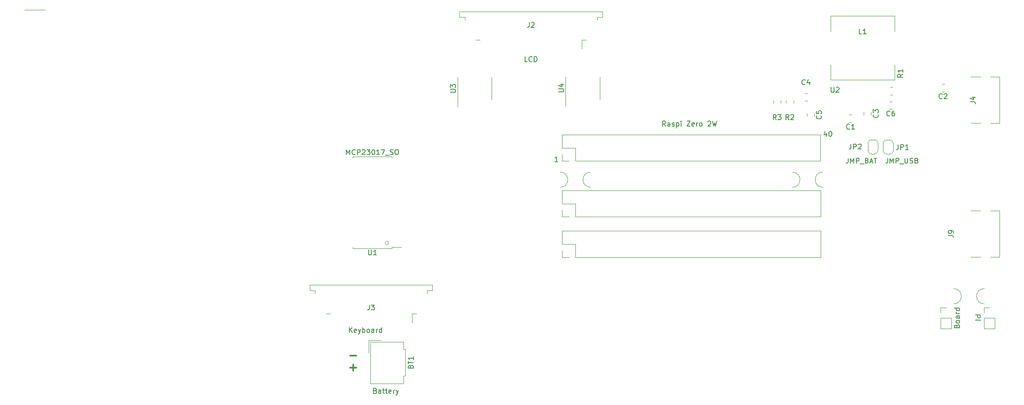
<source format=gbr>
G04 #@! TF.GenerationSoftware,KiCad,Pcbnew,6.0.4-6f826c9f35~116~ubuntu20.04.1*
G04 #@! TF.CreationDate,2022-04-30T09:34:44+02:00*
G04 #@! TF.ProjectId,mainboard,6d61696e-626f-4617-9264-2e6b69636164,rev?*
G04 #@! TF.SameCoordinates,Original*
G04 #@! TF.FileFunction,Legend,Top*
G04 #@! TF.FilePolarity,Positive*
%FSLAX46Y46*%
G04 Gerber Fmt 4.6, Leading zero omitted, Abs format (unit mm)*
G04 Created by KiCad (PCBNEW 6.0.4-6f826c9f35~116~ubuntu20.04.1) date 2022-04-30 09:34:44*
%MOMM*%
%LPD*%
G01*
G04 APERTURE LIST*
%ADD10C,0.300000*%
%ADD11C,0.150000*%
%ADD12C,0.120000*%
%ADD13C,0.100000*%
G04 APERTURE END LIST*
D10*
X91788571Y-125599642D02*
X92931428Y-125599642D01*
X91788571Y-128014642D02*
X92931428Y-128014642D01*
X92360000Y-128586071D02*
X92360000Y-127443214D01*
D11*
X214907619Y-117600000D02*
X215907619Y-117600000D01*
X215907619Y-117980952D01*
X215860000Y-118076190D01*
X215812380Y-118123809D01*
X215717142Y-118171428D01*
X215574285Y-118171428D01*
X215479047Y-118123809D01*
X215431428Y-118076190D01*
X215383809Y-117980952D01*
X215383809Y-117600000D01*
X214907619Y-118600000D02*
X215574285Y-118600000D01*
X215907619Y-118600000D02*
X215860000Y-118552380D01*
X215812380Y-118600000D01*
X215860000Y-118647619D01*
X215907619Y-118600000D01*
X215812380Y-118600000D01*
X211288571Y-119795238D02*
X211336190Y-119652380D01*
X211383809Y-119604761D01*
X211479047Y-119557142D01*
X211621904Y-119557142D01*
X211717142Y-119604761D01*
X211764761Y-119652380D01*
X211812380Y-119747619D01*
X211812380Y-120128571D01*
X210812380Y-120128571D01*
X210812380Y-119795238D01*
X210860000Y-119700000D01*
X210907619Y-119652380D01*
X211002857Y-119604761D01*
X211098095Y-119604761D01*
X211193333Y-119652380D01*
X211240952Y-119700000D01*
X211288571Y-119795238D01*
X211288571Y-120128571D01*
X211812380Y-118985714D02*
X211764761Y-119080952D01*
X211717142Y-119128571D01*
X211621904Y-119176190D01*
X211336190Y-119176190D01*
X211240952Y-119128571D01*
X211193333Y-119080952D01*
X211145714Y-118985714D01*
X211145714Y-118842857D01*
X211193333Y-118747619D01*
X211240952Y-118700000D01*
X211336190Y-118652380D01*
X211621904Y-118652380D01*
X211717142Y-118700000D01*
X211764761Y-118747619D01*
X211812380Y-118842857D01*
X211812380Y-118985714D01*
X211812380Y-117795238D02*
X211288571Y-117795238D01*
X211193333Y-117842857D01*
X211145714Y-117938095D01*
X211145714Y-118128571D01*
X211193333Y-118223809D01*
X211764761Y-117795238D02*
X211812380Y-117890476D01*
X211812380Y-118128571D01*
X211764761Y-118223809D01*
X211669523Y-118271428D01*
X211574285Y-118271428D01*
X211479047Y-118223809D01*
X211431428Y-118128571D01*
X211431428Y-117890476D01*
X211383809Y-117795238D01*
X211812380Y-117319047D02*
X211145714Y-117319047D01*
X211336190Y-117319047D02*
X211240952Y-117271428D01*
X211193333Y-117223809D01*
X211145714Y-117128571D01*
X211145714Y-117033333D01*
X211812380Y-116271428D02*
X210812380Y-116271428D01*
X211764761Y-116271428D02*
X211812380Y-116366666D01*
X211812380Y-116557142D01*
X211764761Y-116652380D01*
X211717142Y-116700000D01*
X211621904Y-116747619D01*
X211336190Y-116747619D01*
X211240952Y-116700000D01*
X211193333Y-116652380D01*
X211145714Y-116557142D01*
X211145714Y-116366666D01*
X211193333Y-116271428D01*
D12*
X99313553Y-103400000D02*
G75*
G03*
X99313553Y-103400000I-353553J0D01*
G01*
X31610000Y-57400000D02*
X27610000Y-57400000D01*
D11*
X132645714Y-87352380D02*
X132074285Y-87352380D01*
X132360000Y-87352380D02*
X132360000Y-86352380D01*
X132264761Y-86495238D01*
X132169523Y-86590476D01*
X132074285Y-86638095D01*
X153895714Y-80352380D02*
X153562380Y-79876190D01*
X153324285Y-80352380D02*
X153324285Y-79352380D01*
X153705238Y-79352380D01*
X153800476Y-79400000D01*
X153848095Y-79447619D01*
X153895714Y-79542857D01*
X153895714Y-79685714D01*
X153848095Y-79780952D01*
X153800476Y-79828571D01*
X153705238Y-79876190D01*
X153324285Y-79876190D01*
X154752857Y-80352380D02*
X154752857Y-79828571D01*
X154705238Y-79733333D01*
X154610000Y-79685714D01*
X154419523Y-79685714D01*
X154324285Y-79733333D01*
X154752857Y-80304761D02*
X154657619Y-80352380D01*
X154419523Y-80352380D01*
X154324285Y-80304761D01*
X154276666Y-80209523D01*
X154276666Y-80114285D01*
X154324285Y-80019047D01*
X154419523Y-79971428D01*
X154657619Y-79971428D01*
X154752857Y-79923809D01*
X155181428Y-80304761D02*
X155276666Y-80352380D01*
X155467142Y-80352380D01*
X155562380Y-80304761D01*
X155610000Y-80209523D01*
X155610000Y-80161904D01*
X155562380Y-80066666D01*
X155467142Y-80019047D01*
X155324285Y-80019047D01*
X155229047Y-79971428D01*
X155181428Y-79876190D01*
X155181428Y-79828571D01*
X155229047Y-79733333D01*
X155324285Y-79685714D01*
X155467142Y-79685714D01*
X155562380Y-79733333D01*
X156038571Y-79685714D02*
X156038571Y-80685714D01*
X156038571Y-79733333D02*
X156133809Y-79685714D01*
X156324285Y-79685714D01*
X156419523Y-79733333D01*
X156467142Y-79780952D01*
X156514761Y-79876190D01*
X156514761Y-80161904D01*
X156467142Y-80257142D01*
X156419523Y-80304761D01*
X156324285Y-80352380D01*
X156133809Y-80352380D01*
X156038571Y-80304761D01*
X156943333Y-80352380D02*
X156943333Y-79685714D01*
X156943333Y-79352380D02*
X156895714Y-79400000D01*
X156943333Y-79447619D01*
X156990952Y-79400000D01*
X156943333Y-79352380D01*
X156943333Y-79447619D01*
X158086190Y-79352380D02*
X158752857Y-79352380D01*
X158086190Y-80352380D01*
X158752857Y-80352380D01*
X159514761Y-80304761D02*
X159419523Y-80352380D01*
X159229047Y-80352380D01*
X159133809Y-80304761D01*
X159086190Y-80209523D01*
X159086190Y-79828571D01*
X159133809Y-79733333D01*
X159229047Y-79685714D01*
X159419523Y-79685714D01*
X159514761Y-79733333D01*
X159562380Y-79828571D01*
X159562380Y-79923809D01*
X159086190Y-80019047D01*
X159990952Y-80352380D02*
X159990952Y-79685714D01*
X159990952Y-79876190D02*
X160038571Y-79780952D01*
X160086190Y-79733333D01*
X160181428Y-79685714D01*
X160276666Y-79685714D01*
X160752857Y-80352380D02*
X160657619Y-80304761D01*
X160610000Y-80257142D01*
X160562380Y-80161904D01*
X160562380Y-79876190D01*
X160610000Y-79780952D01*
X160657619Y-79733333D01*
X160752857Y-79685714D01*
X160895714Y-79685714D01*
X160990952Y-79733333D01*
X161038571Y-79780952D01*
X161086190Y-79876190D01*
X161086190Y-80161904D01*
X161038571Y-80257142D01*
X160990952Y-80304761D01*
X160895714Y-80352380D01*
X160752857Y-80352380D01*
X162229047Y-79447619D02*
X162276666Y-79400000D01*
X162371904Y-79352380D01*
X162610000Y-79352380D01*
X162705238Y-79400000D01*
X162752857Y-79447619D01*
X162800476Y-79542857D01*
X162800476Y-79638095D01*
X162752857Y-79780952D01*
X162181428Y-80352380D01*
X162800476Y-80352380D01*
X163133809Y-79352380D02*
X163371904Y-80352380D01*
X163562380Y-79638095D01*
X163752857Y-80352380D01*
X163990952Y-79352380D01*
X185574285Y-81685714D02*
X185574285Y-82352380D01*
X185336190Y-81304761D02*
X185098095Y-82019047D01*
X185717142Y-82019047D01*
X186288571Y-81352380D02*
X186383809Y-81352380D01*
X186479047Y-81400000D01*
X186526666Y-81447619D01*
X186574285Y-81542857D01*
X186621904Y-81733333D01*
X186621904Y-81971428D01*
X186574285Y-82161904D01*
X186526666Y-82257142D01*
X186479047Y-82304761D01*
X186383809Y-82352380D01*
X186288571Y-82352380D01*
X186193333Y-82304761D01*
X186145714Y-82257142D01*
X186098095Y-82161904D01*
X186050476Y-81971428D01*
X186050476Y-81733333D01*
X186098095Y-81542857D01*
X186145714Y-81447619D01*
X186193333Y-81400000D01*
X186288571Y-81352380D01*
X132812380Y-73561904D02*
X133621904Y-73561904D01*
X133717142Y-73514285D01*
X133764761Y-73466666D01*
X133812380Y-73371428D01*
X133812380Y-73180952D01*
X133764761Y-73085714D01*
X133717142Y-73038095D01*
X133621904Y-72990476D01*
X132812380Y-72990476D01*
X133145714Y-72085714D02*
X133812380Y-72085714D01*
X132764761Y-72323809D02*
X133479047Y-72561904D01*
X133479047Y-71942857D01*
X111512380Y-73661904D02*
X112321904Y-73661904D01*
X112417142Y-73614285D01*
X112464761Y-73566666D01*
X112512380Y-73471428D01*
X112512380Y-73280952D01*
X112464761Y-73185714D01*
X112417142Y-73138095D01*
X112321904Y-73090476D01*
X111512380Y-73090476D01*
X111512380Y-72709523D02*
X111512380Y-72090476D01*
X111893333Y-72423809D01*
X111893333Y-72280952D01*
X111940952Y-72185714D01*
X111988571Y-72138095D01*
X112083809Y-72090476D01*
X112321904Y-72090476D01*
X112417142Y-72138095D01*
X112464761Y-72185714D01*
X112512380Y-72280952D01*
X112512380Y-72566666D01*
X112464761Y-72661904D01*
X112417142Y-72709523D01*
X190426666Y-83852380D02*
X190426666Y-84566666D01*
X190379047Y-84709523D01*
X190283809Y-84804761D01*
X190140952Y-84852380D01*
X190045714Y-84852380D01*
X190902857Y-84852380D02*
X190902857Y-83852380D01*
X191283809Y-83852380D01*
X191379047Y-83900000D01*
X191426666Y-83947619D01*
X191474285Y-84042857D01*
X191474285Y-84185714D01*
X191426666Y-84280952D01*
X191379047Y-84328571D01*
X191283809Y-84376190D01*
X190902857Y-84376190D01*
X191855238Y-83947619D02*
X191902857Y-83900000D01*
X191998095Y-83852380D01*
X192236190Y-83852380D01*
X192331428Y-83900000D01*
X192379047Y-83947619D01*
X192426666Y-84042857D01*
X192426666Y-84138095D01*
X192379047Y-84280952D01*
X191807619Y-84852380D01*
X192426666Y-84852380D01*
X189840952Y-86652380D02*
X189840952Y-87366666D01*
X189793333Y-87509523D01*
X189698095Y-87604761D01*
X189555238Y-87652380D01*
X189460000Y-87652380D01*
X190317142Y-87652380D02*
X190317142Y-86652380D01*
X190650476Y-87366666D01*
X190983809Y-86652380D01*
X190983809Y-87652380D01*
X191460000Y-87652380D02*
X191460000Y-86652380D01*
X191840952Y-86652380D01*
X191936190Y-86700000D01*
X191983809Y-86747619D01*
X192031428Y-86842857D01*
X192031428Y-86985714D01*
X191983809Y-87080952D01*
X191936190Y-87128571D01*
X191840952Y-87176190D01*
X191460000Y-87176190D01*
X192221904Y-87747619D02*
X192983809Y-87747619D01*
X193555238Y-87128571D02*
X193698095Y-87176190D01*
X193745714Y-87223809D01*
X193793333Y-87319047D01*
X193793333Y-87461904D01*
X193745714Y-87557142D01*
X193698095Y-87604761D01*
X193602857Y-87652380D01*
X193221904Y-87652380D01*
X193221904Y-86652380D01*
X193555238Y-86652380D01*
X193650476Y-86700000D01*
X193698095Y-86747619D01*
X193745714Y-86842857D01*
X193745714Y-86938095D01*
X193698095Y-87033333D01*
X193650476Y-87080952D01*
X193555238Y-87128571D01*
X193221904Y-87128571D01*
X194174285Y-87366666D02*
X194650476Y-87366666D01*
X194079047Y-87652380D02*
X194412380Y-86652380D01*
X194745714Y-87652380D01*
X194936190Y-86652380D02*
X195507619Y-86652380D01*
X195221904Y-87652380D02*
X195221904Y-86652380D01*
X199726666Y-83952380D02*
X199726666Y-84666666D01*
X199679047Y-84809523D01*
X199583809Y-84904761D01*
X199440952Y-84952380D01*
X199345714Y-84952380D01*
X200202857Y-84952380D02*
X200202857Y-83952380D01*
X200583809Y-83952380D01*
X200679047Y-84000000D01*
X200726666Y-84047619D01*
X200774285Y-84142857D01*
X200774285Y-84285714D01*
X200726666Y-84380952D01*
X200679047Y-84428571D01*
X200583809Y-84476190D01*
X200202857Y-84476190D01*
X201726666Y-84952380D02*
X201155238Y-84952380D01*
X201440952Y-84952380D02*
X201440952Y-83952380D01*
X201345714Y-84095238D01*
X201250476Y-84190476D01*
X201155238Y-84238095D01*
X197650476Y-86652380D02*
X197650476Y-87366666D01*
X197602857Y-87509523D01*
X197507619Y-87604761D01*
X197364761Y-87652380D01*
X197269523Y-87652380D01*
X198126666Y-87652380D02*
X198126666Y-86652380D01*
X198460000Y-87366666D01*
X198793333Y-86652380D01*
X198793333Y-87652380D01*
X199269523Y-87652380D02*
X199269523Y-86652380D01*
X199650476Y-86652380D01*
X199745714Y-86700000D01*
X199793333Y-86747619D01*
X199840952Y-86842857D01*
X199840952Y-86985714D01*
X199793333Y-87080952D01*
X199745714Y-87128571D01*
X199650476Y-87176190D01*
X199269523Y-87176190D01*
X200031428Y-87747619D02*
X200793333Y-87747619D01*
X201031428Y-86652380D02*
X201031428Y-87461904D01*
X201079047Y-87557142D01*
X201126666Y-87604761D01*
X201221904Y-87652380D01*
X201412380Y-87652380D01*
X201507619Y-87604761D01*
X201555238Y-87557142D01*
X201602857Y-87461904D01*
X201602857Y-86652380D01*
X202031428Y-87604761D02*
X202174285Y-87652380D01*
X202412380Y-87652380D01*
X202507619Y-87604761D01*
X202555238Y-87557142D01*
X202602857Y-87461904D01*
X202602857Y-87366666D01*
X202555238Y-87271428D01*
X202507619Y-87223809D01*
X202412380Y-87176190D01*
X202221904Y-87128571D01*
X202126666Y-87080952D01*
X202079047Y-87033333D01*
X202031428Y-86938095D01*
X202031428Y-86842857D01*
X202079047Y-86747619D01*
X202126666Y-86700000D01*
X202221904Y-86652380D01*
X202460000Y-86652380D01*
X202602857Y-86700000D01*
X203364761Y-87128571D02*
X203507619Y-87176190D01*
X203555238Y-87223809D01*
X203602857Y-87319047D01*
X203602857Y-87461904D01*
X203555238Y-87557142D01*
X203507619Y-87604761D01*
X203412380Y-87652380D01*
X203031428Y-87652380D01*
X203031428Y-86652380D01*
X203364761Y-86652380D01*
X203460000Y-86700000D01*
X203507619Y-86747619D01*
X203555238Y-86842857D01*
X203555238Y-86938095D01*
X203507619Y-87033333D01*
X203460000Y-87080952D01*
X203364761Y-87128571D01*
X203031428Y-87128571D01*
X175693333Y-79052380D02*
X175360000Y-78576190D01*
X175121904Y-79052380D02*
X175121904Y-78052380D01*
X175502857Y-78052380D01*
X175598095Y-78100000D01*
X175645714Y-78147619D01*
X175693333Y-78242857D01*
X175693333Y-78385714D01*
X175645714Y-78480952D01*
X175598095Y-78528571D01*
X175502857Y-78576190D01*
X175121904Y-78576190D01*
X176026666Y-78052380D02*
X176645714Y-78052380D01*
X176312380Y-78433333D01*
X176455238Y-78433333D01*
X176550476Y-78480952D01*
X176598095Y-78528571D01*
X176645714Y-78623809D01*
X176645714Y-78861904D01*
X176598095Y-78957142D01*
X176550476Y-79004761D01*
X176455238Y-79052380D01*
X176169523Y-79052380D01*
X176074285Y-79004761D01*
X176026666Y-78957142D01*
X178193333Y-79052380D02*
X177860000Y-78576190D01*
X177621904Y-79052380D02*
X177621904Y-78052380D01*
X178002857Y-78052380D01*
X178098095Y-78100000D01*
X178145714Y-78147619D01*
X178193333Y-78242857D01*
X178193333Y-78385714D01*
X178145714Y-78480952D01*
X178098095Y-78528571D01*
X178002857Y-78576190D01*
X177621904Y-78576190D01*
X178574285Y-78147619D02*
X178621904Y-78100000D01*
X178717142Y-78052380D01*
X178955238Y-78052380D01*
X179050476Y-78100000D01*
X179098095Y-78147619D01*
X179145714Y-78242857D01*
X179145714Y-78338095D01*
X179098095Y-78480952D01*
X178526666Y-79052380D01*
X179145714Y-79052380D01*
X200612380Y-70066666D02*
X200136190Y-70400000D01*
X200612380Y-70638095D02*
X199612380Y-70638095D01*
X199612380Y-70257142D01*
X199660000Y-70161904D01*
X199707619Y-70114285D01*
X199802857Y-70066666D01*
X199945714Y-70066666D01*
X200040952Y-70114285D01*
X200088571Y-70161904D01*
X200136190Y-70257142D01*
X200136190Y-70638095D01*
X200612380Y-69114285D02*
X200612380Y-69685714D01*
X200612380Y-69400000D02*
X199612380Y-69400000D01*
X199755238Y-69495238D01*
X199850476Y-69590476D01*
X199898095Y-69685714D01*
X184497142Y-78266666D02*
X184544761Y-78314285D01*
X184592380Y-78457142D01*
X184592380Y-78552380D01*
X184544761Y-78695238D01*
X184449523Y-78790476D01*
X184354285Y-78838095D01*
X184163809Y-78885714D01*
X184020952Y-78885714D01*
X183830476Y-78838095D01*
X183735238Y-78790476D01*
X183640000Y-78695238D01*
X183592380Y-78552380D01*
X183592380Y-78457142D01*
X183640000Y-78314285D01*
X183687619Y-78266666D01*
X183592380Y-77361904D02*
X183592380Y-77838095D01*
X184068571Y-77885714D01*
X184020952Y-77838095D01*
X183973333Y-77742857D01*
X183973333Y-77504761D01*
X184020952Y-77409523D01*
X184068571Y-77361904D01*
X184163809Y-77314285D01*
X184401904Y-77314285D01*
X184497142Y-77361904D01*
X184544761Y-77409523D01*
X184592380Y-77504761D01*
X184592380Y-77742857D01*
X184544761Y-77838095D01*
X184497142Y-77885714D01*
X181393333Y-72057142D02*
X181345714Y-72104761D01*
X181202857Y-72152380D01*
X181107619Y-72152380D01*
X180964761Y-72104761D01*
X180869523Y-72009523D01*
X180821904Y-71914285D01*
X180774285Y-71723809D01*
X180774285Y-71580952D01*
X180821904Y-71390476D01*
X180869523Y-71295238D01*
X180964761Y-71200000D01*
X181107619Y-71152380D01*
X181202857Y-71152380D01*
X181345714Y-71200000D01*
X181393333Y-71247619D01*
X182250476Y-71485714D02*
X182250476Y-72152380D01*
X182012380Y-71104761D02*
X181774285Y-71819047D01*
X182393333Y-71819047D01*
X208393333Y-74837142D02*
X208345714Y-74884761D01*
X208202857Y-74932380D01*
X208107619Y-74932380D01*
X207964761Y-74884761D01*
X207869523Y-74789523D01*
X207821904Y-74694285D01*
X207774285Y-74503809D01*
X207774285Y-74360952D01*
X207821904Y-74170476D01*
X207869523Y-74075238D01*
X207964761Y-73980000D01*
X208107619Y-73932380D01*
X208202857Y-73932380D01*
X208345714Y-73980000D01*
X208393333Y-74027619D01*
X208774285Y-74027619D02*
X208821904Y-73980000D01*
X208917142Y-73932380D01*
X209155238Y-73932380D01*
X209250476Y-73980000D01*
X209298095Y-74027619D01*
X209345714Y-74122857D01*
X209345714Y-74218095D01*
X209298095Y-74360952D01*
X208726666Y-74932380D01*
X209345714Y-74932380D01*
X186498095Y-72652380D02*
X186498095Y-73461904D01*
X186545714Y-73557142D01*
X186593333Y-73604761D01*
X186688571Y-73652380D01*
X186879047Y-73652380D01*
X186974285Y-73604761D01*
X187021904Y-73557142D01*
X187069523Y-73461904D01*
X187069523Y-72652380D01*
X187498095Y-72747619D02*
X187545714Y-72700000D01*
X187640952Y-72652380D01*
X187879047Y-72652380D01*
X187974285Y-72700000D01*
X188021904Y-72747619D01*
X188069523Y-72842857D01*
X188069523Y-72938095D01*
X188021904Y-73080952D01*
X187450476Y-73652380D01*
X188069523Y-73652380D01*
X192543333Y-62152380D02*
X192067142Y-62152380D01*
X192067142Y-61152380D01*
X193400476Y-62152380D02*
X192829047Y-62152380D01*
X193114761Y-62152380D02*
X193114761Y-61152380D01*
X193019523Y-61295238D01*
X192924285Y-61390476D01*
X192829047Y-61438095D01*
X198093333Y-78237142D02*
X198045714Y-78284761D01*
X197902857Y-78332380D01*
X197807619Y-78332380D01*
X197664761Y-78284761D01*
X197569523Y-78189523D01*
X197521904Y-78094285D01*
X197474285Y-77903809D01*
X197474285Y-77760952D01*
X197521904Y-77570476D01*
X197569523Y-77475238D01*
X197664761Y-77380000D01*
X197807619Y-77332380D01*
X197902857Y-77332380D01*
X198045714Y-77380000D01*
X198093333Y-77427619D01*
X198950476Y-77332380D02*
X198760000Y-77332380D01*
X198664761Y-77380000D01*
X198617142Y-77427619D01*
X198521904Y-77570476D01*
X198474285Y-77760952D01*
X198474285Y-78141904D01*
X198521904Y-78237142D01*
X198569523Y-78284761D01*
X198664761Y-78332380D01*
X198855238Y-78332380D01*
X198950476Y-78284761D01*
X198998095Y-78237142D01*
X199045714Y-78141904D01*
X199045714Y-77903809D01*
X198998095Y-77808571D01*
X198950476Y-77760952D01*
X198855238Y-77713333D01*
X198664761Y-77713333D01*
X198569523Y-77760952D01*
X198521904Y-77808571D01*
X198474285Y-77903809D01*
X195697142Y-78004166D02*
X195744761Y-78051785D01*
X195792380Y-78194642D01*
X195792380Y-78289880D01*
X195744761Y-78432738D01*
X195649523Y-78527976D01*
X195554285Y-78575595D01*
X195363809Y-78623214D01*
X195220952Y-78623214D01*
X195030476Y-78575595D01*
X194935238Y-78527976D01*
X194840000Y-78432738D01*
X194792380Y-78289880D01*
X194792380Y-78194642D01*
X194840000Y-78051785D01*
X194887619Y-78004166D01*
X194792380Y-77670833D02*
X194792380Y-77051785D01*
X195173333Y-77385119D01*
X195173333Y-77242261D01*
X195220952Y-77147023D01*
X195268571Y-77099404D01*
X195363809Y-77051785D01*
X195601904Y-77051785D01*
X195697142Y-77099404D01*
X195744761Y-77147023D01*
X195792380Y-77242261D01*
X195792380Y-77527976D01*
X195744761Y-77623214D01*
X195697142Y-77670833D01*
X190155833Y-80837142D02*
X190108214Y-80884761D01*
X189965357Y-80932380D01*
X189870119Y-80932380D01*
X189727261Y-80884761D01*
X189632023Y-80789523D01*
X189584404Y-80694285D01*
X189536785Y-80503809D01*
X189536785Y-80360952D01*
X189584404Y-80170476D01*
X189632023Y-80075238D01*
X189727261Y-79980000D01*
X189870119Y-79932380D01*
X189965357Y-79932380D01*
X190108214Y-79980000D01*
X190155833Y-80027619D01*
X191108214Y-80932380D02*
X190536785Y-80932380D01*
X190822500Y-80932380D02*
X190822500Y-79932380D01*
X190727261Y-80075238D01*
X190632023Y-80170476D01*
X190536785Y-80218095D01*
X103638571Y-127785714D02*
X103686190Y-127642857D01*
X103733809Y-127595238D01*
X103829047Y-127547619D01*
X103971904Y-127547619D01*
X104067142Y-127595238D01*
X104114761Y-127642857D01*
X104162380Y-127738095D01*
X104162380Y-128119047D01*
X103162380Y-128119047D01*
X103162380Y-127785714D01*
X103210000Y-127690476D01*
X103257619Y-127642857D01*
X103352857Y-127595238D01*
X103448095Y-127595238D01*
X103543333Y-127642857D01*
X103590952Y-127690476D01*
X103638571Y-127785714D01*
X103638571Y-128119047D01*
X103162380Y-127261904D02*
X103162380Y-126690476D01*
X104162380Y-126976190D02*
X103162380Y-126976190D01*
X104162380Y-125833333D02*
X104162380Y-126404761D01*
X104162380Y-126119047D02*
X103162380Y-126119047D01*
X103305238Y-126214285D01*
X103400476Y-126309523D01*
X103448095Y-126404761D01*
X96688571Y-132528571D02*
X96831428Y-132576190D01*
X96879047Y-132623809D01*
X96926666Y-132719047D01*
X96926666Y-132861904D01*
X96879047Y-132957142D01*
X96831428Y-133004761D01*
X96736190Y-133052380D01*
X96355238Y-133052380D01*
X96355238Y-132052380D01*
X96688571Y-132052380D01*
X96783809Y-132100000D01*
X96831428Y-132147619D01*
X96879047Y-132242857D01*
X96879047Y-132338095D01*
X96831428Y-132433333D01*
X96783809Y-132480952D01*
X96688571Y-132528571D01*
X96355238Y-132528571D01*
X97783809Y-133052380D02*
X97783809Y-132528571D01*
X97736190Y-132433333D01*
X97640952Y-132385714D01*
X97450476Y-132385714D01*
X97355238Y-132433333D01*
X97783809Y-133004761D02*
X97688571Y-133052380D01*
X97450476Y-133052380D01*
X97355238Y-133004761D01*
X97307619Y-132909523D01*
X97307619Y-132814285D01*
X97355238Y-132719047D01*
X97450476Y-132671428D01*
X97688571Y-132671428D01*
X97783809Y-132623809D01*
X98117142Y-132385714D02*
X98498095Y-132385714D01*
X98260000Y-132052380D02*
X98260000Y-132909523D01*
X98307619Y-133004761D01*
X98402857Y-133052380D01*
X98498095Y-133052380D01*
X98688571Y-132385714D02*
X99069523Y-132385714D01*
X98831428Y-132052380D02*
X98831428Y-132909523D01*
X98879047Y-133004761D01*
X98974285Y-133052380D01*
X99069523Y-133052380D01*
X99783809Y-133004761D02*
X99688571Y-133052380D01*
X99498095Y-133052380D01*
X99402857Y-133004761D01*
X99355238Y-132909523D01*
X99355238Y-132528571D01*
X99402857Y-132433333D01*
X99498095Y-132385714D01*
X99688571Y-132385714D01*
X99783809Y-132433333D01*
X99831428Y-132528571D01*
X99831428Y-132623809D01*
X99355238Y-132719047D01*
X100260000Y-133052380D02*
X100260000Y-132385714D01*
X100260000Y-132576190D02*
X100307619Y-132480952D01*
X100355238Y-132433333D01*
X100450476Y-132385714D01*
X100545714Y-132385714D01*
X100783809Y-132385714D02*
X101021904Y-133052380D01*
X101260000Y-132385714D02*
X101021904Y-133052380D01*
X100926666Y-133290476D01*
X100879047Y-133338095D01*
X100783809Y-133385714D01*
X209597380Y-101913333D02*
X210311666Y-101913333D01*
X210454523Y-101960952D01*
X210549761Y-102056190D01*
X210597380Y-102199047D01*
X210597380Y-102294285D01*
X210597380Y-101389523D02*
X210597380Y-101199047D01*
X210549761Y-101103809D01*
X210502142Y-101056190D01*
X210359285Y-100960952D01*
X210168809Y-100913333D01*
X209787857Y-100913333D01*
X209692619Y-100960952D01*
X209645000Y-101008571D01*
X209597380Y-101103809D01*
X209597380Y-101294285D01*
X209645000Y-101389523D01*
X209692619Y-101437142D01*
X209787857Y-101484761D01*
X210025952Y-101484761D01*
X210121190Y-101437142D01*
X210168809Y-101389523D01*
X210216428Y-101294285D01*
X210216428Y-101103809D01*
X210168809Y-101008571D01*
X210121190Y-100960952D01*
X210025952Y-100913333D01*
X213912380Y-75533333D02*
X214626666Y-75533333D01*
X214769523Y-75580952D01*
X214864761Y-75676190D01*
X214912380Y-75819047D01*
X214912380Y-75914285D01*
X214245714Y-74628571D02*
X214912380Y-74628571D01*
X213864761Y-74866666D02*
X214579047Y-75104761D01*
X214579047Y-74485714D01*
X95526666Y-115602380D02*
X95526666Y-116316666D01*
X95479047Y-116459523D01*
X95383809Y-116554761D01*
X95240952Y-116602380D01*
X95145714Y-116602380D01*
X95907619Y-115602380D02*
X96526666Y-115602380D01*
X96193333Y-115983333D01*
X96336190Y-115983333D01*
X96431428Y-116030952D01*
X96479047Y-116078571D01*
X96526666Y-116173809D01*
X96526666Y-116411904D01*
X96479047Y-116507142D01*
X96431428Y-116554761D01*
X96336190Y-116602380D01*
X96050476Y-116602380D01*
X95955238Y-116554761D01*
X95907619Y-116507142D01*
X91569523Y-121052380D02*
X91569523Y-120052380D01*
X92140952Y-121052380D02*
X91712380Y-120480952D01*
X92140952Y-120052380D02*
X91569523Y-120623809D01*
X92950476Y-121004761D02*
X92855238Y-121052380D01*
X92664761Y-121052380D01*
X92569523Y-121004761D01*
X92521904Y-120909523D01*
X92521904Y-120528571D01*
X92569523Y-120433333D01*
X92664761Y-120385714D01*
X92855238Y-120385714D01*
X92950476Y-120433333D01*
X92998095Y-120528571D01*
X92998095Y-120623809D01*
X92521904Y-120719047D01*
X93331428Y-120385714D02*
X93569523Y-121052380D01*
X93807619Y-120385714D02*
X93569523Y-121052380D01*
X93474285Y-121290476D01*
X93426666Y-121338095D01*
X93331428Y-121385714D01*
X94188571Y-121052380D02*
X94188571Y-120052380D01*
X94188571Y-120433333D02*
X94283809Y-120385714D01*
X94474285Y-120385714D01*
X94569523Y-120433333D01*
X94617142Y-120480952D01*
X94664761Y-120576190D01*
X94664761Y-120861904D01*
X94617142Y-120957142D01*
X94569523Y-121004761D01*
X94474285Y-121052380D01*
X94283809Y-121052380D01*
X94188571Y-121004761D01*
X95236190Y-121052380D02*
X95140952Y-121004761D01*
X95093333Y-120957142D01*
X95045714Y-120861904D01*
X95045714Y-120576190D01*
X95093333Y-120480952D01*
X95140952Y-120433333D01*
X95236190Y-120385714D01*
X95379047Y-120385714D01*
X95474285Y-120433333D01*
X95521904Y-120480952D01*
X95569523Y-120576190D01*
X95569523Y-120861904D01*
X95521904Y-120957142D01*
X95474285Y-121004761D01*
X95379047Y-121052380D01*
X95236190Y-121052380D01*
X96426666Y-121052380D02*
X96426666Y-120528571D01*
X96379047Y-120433333D01*
X96283809Y-120385714D01*
X96093333Y-120385714D01*
X95998095Y-120433333D01*
X96426666Y-121004761D02*
X96331428Y-121052380D01*
X96093333Y-121052380D01*
X95998095Y-121004761D01*
X95950476Y-120909523D01*
X95950476Y-120814285D01*
X95998095Y-120719047D01*
X96093333Y-120671428D01*
X96331428Y-120671428D01*
X96426666Y-120623809D01*
X96902857Y-121052380D02*
X96902857Y-120385714D01*
X96902857Y-120576190D02*
X96950476Y-120480952D01*
X96998095Y-120433333D01*
X97093333Y-120385714D01*
X97188571Y-120385714D01*
X97950476Y-121052380D02*
X97950476Y-120052380D01*
X97950476Y-121004761D02*
X97855238Y-121052380D01*
X97664761Y-121052380D01*
X97569523Y-121004761D01*
X97521904Y-120957142D01*
X97474285Y-120861904D01*
X97474285Y-120576190D01*
X97521904Y-120480952D01*
X97569523Y-120433333D01*
X97664761Y-120385714D01*
X97855238Y-120385714D01*
X97950476Y-120433333D01*
X127026666Y-59852380D02*
X127026666Y-60566666D01*
X126979047Y-60709523D01*
X126883809Y-60804761D01*
X126740952Y-60852380D01*
X126645714Y-60852380D01*
X127455238Y-59947619D02*
X127502857Y-59900000D01*
X127598095Y-59852380D01*
X127836190Y-59852380D01*
X127931428Y-59900000D01*
X127979047Y-59947619D01*
X128026666Y-60042857D01*
X128026666Y-60138095D01*
X127979047Y-60280952D01*
X127407619Y-60852380D01*
X128026666Y-60852380D01*
X126669523Y-67602380D02*
X126193333Y-67602380D01*
X126193333Y-66602380D01*
X127574285Y-67507142D02*
X127526666Y-67554761D01*
X127383809Y-67602380D01*
X127288571Y-67602380D01*
X127145714Y-67554761D01*
X127050476Y-67459523D01*
X127002857Y-67364285D01*
X126955238Y-67173809D01*
X126955238Y-67030952D01*
X127002857Y-66840476D01*
X127050476Y-66745238D01*
X127145714Y-66650000D01*
X127288571Y-66602380D01*
X127383809Y-66602380D01*
X127526666Y-66650000D01*
X127574285Y-66697619D01*
X128002857Y-67602380D02*
X128002857Y-66602380D01*
X128240952Y-66602380D01*
X128383809Y-66650000D01*
X128479047Y-66745238D01*
X128526666Y-66840476D01*
X128574285Y-67030952D01*
X128574285Y-67173809D01*
X128526666Y-67364285D01*
X128479047Y-67459523D01*
X128383809Y-67554761D01*
X128240952Y-67602380D01*
X128002857Y-67602380D01*
X95348095Y-104752380D02*
X95348095Y-105561904D01*
X95395714Y-105657142D01*
X95443333Y-105704761D01*
X95538571Y-105752380D01*
X95729047Y-105752380D01*
X95824285Y-105704761D01*
X95871904Y-105657142D01*
X95919523Y-105561904D01*
X95919523Y-104752380D01*
X96919523Y-105752380D02*
X96348095Y-105752380D01*
X96633809Y-105752380D02*
X96633809Y-104752380D01*
X96538571Y-104895238D01*
X96443333Y-104990476D01*
X96348095Y-105038095D01*
X91014761Y-85952380D02*
X91014761Y-84952380D01*
X91348095Y-85666666D01*
X91681428Y-84952380D01*
X91681428Y-85952380D01*
X92729047Y-85857142D02*
X92681428Y-85904761D01*
X92538571Y-85952380D01*
X92443333Y-85952380D01*
X92300476Y-85904761D01*
X92205238Y-85809523D01*
X92157619Y-85714285D01*
X92110000Y-85523809D01*
X92110000Y-85380952D01*
X92157619Y-85190476D01*
X92205238Y-85095238D01*
X92300476Y-85000000D01*
X92443333Y-84952380D01*
X92538571Y-84952380D01*
X92681428Y-85000000D01*
X92729047Y-85047619D01*
X93157619Y-85952380D02*
X93157619Y-84952380D01*
X93538571Y-84952380D01*
X93633809Y-85000000D01*
X93681428Y-85047619D01*
X93729047Y-85142857D01*
X93729047Y-85285714D01*
X93681428Y-85380952D01*
X93633809Y-85428571D01*
X93538571Y-85476190D01*
X93157619Y-85476190D01*
X94110000Y-85047619D02*
X94157619Y-85000000D01*
X94252857Y-84952380D01*
X94490952Y-84952380D01*
X94586190Y-85000000D01*
X94633809Y-85047619D01*
X94681428Y-85142857D01*
X94681428Y-85238095D01*
X94633809Y-85380952D01*
X94062380Y-85952380D01*
X94681428Y-85952380D01*
X95014761Y-84952380D02*
X95633809Y-84952380D01*
X95300476Y-85333333D01*
X95443333Y-85333333D01*
X95538571Y-85380952D01*
X95586190Y-85428571D01*
X95633809Y-85523809D01*
X95633809Y-85761904D01*
X95586190Y-85857142D01*
X95538571Y-85904761D01*
X95443333Y-85952380D01*
X95157619Y-85952380D01*
X95062380Y-85904761D01*
X95014761Y-85857142D01*
X96252857Y-84952380D02*
X96348095Y-84952380D01*
X96443333Y-85000000D01*
X96490952Y-85047619D01*
X96538571Y-85142857D01*
X96586190Y-85333333D01*
X96586190Y-85571428D01*
X96538571Y-85761904D01*
X96490952Y-85857142D01*
X96443333Y-85904761D01*
X96348095Y-85952380D01*
X96252857Y-85952380D01*
X96157619Y-85904761D01*
X96110000Y-85857142D01*
X96062380Y-85761904D01*
X96014761Y-85571428D01*
X96014761Y-85333333D01*
X96062380Y-85142857D01*
X96110000Y-85047619D01*
X96157619Y-85000000D01*
X96252857Y-84952380D01*
X97538571Y-85952380D02*
X96967142Y-85952380D01*
X97252857Y-85952380D02*
X97252857Y-84952380D01*
X97157619Y-85095238D01*
X97062380Y-85190476D01*
X96967142Y-85238095D01*
X97871904Y-84952380D02*
X98538571Y-84952380D01*
X98110000Y-85952380D01*
X98681428Y-86047619D02*
X99443333Y-86047619D01*
X99633809Y-85904761D02*
X99776666Y-85952380D01*
X100014761Y-85952380D01*
X100110000Y-85904761D01*
X100157619Y-85857142D01*
X100205238Y-85761904D01*
X100205238Y-85666666D01*
X100157619Y-85571428D01*
X100110000Y-85523809D01*
X100014761Y-85476190D01*
X99824285Y-85428571D01*
X99729047Y-85380952D01*
X99681428Y-85333333D01*
X99633809Y-85238095D01*
X99633809Y-85142857D01*
X99681428Y-85047619D01*
X99729047Y-85000000D01*
X99824285Y-84952380D01*
X100062380Y-84952380D01*
X100205238Y-85000000D01*
X100824285Y-84952380D02*
X101014761Y-84952380D01*
X101110000Y-85000000D01*
X101205238Y-85095238D01*
X101252857Y-85285714D01*
X101252857Y-85619047D01*
X101205238Y-85809523D01*
X101110000Y-85904761D01*
X101014761Y-85952380D01*
X100824285Y-85952380D01*
X100729047Y-85904761D01*
X100633809Y-85809523D01*
X100586190Y-85619047D01*
X100586190Y-85285714D01*
X100633809Y-85095238D01*
X100729047Y-85000000D01*
X100824285Y-84952380D01*
D12*
X134175000Y-72800000D02*
X134175000Y-70600000D01*
X134175000Y-72800000D02*
X134175000Y-76400000D01*
X140945000Y-72800000D02*
X140945000Y-70600000D01*
X140945000Y-72800000D02*
X140945000Y-75000000D01*
X112875000Y-72900000D02*
X112875000Y-70700000D01*
X112875000Y-72900000D02*
X112875000Y-76500000D01*
X119645000Y-72900000D02*
X119645000Y-70700000D01*
X119645000Y-72900000D02*
X119645000Y-75100000D01*
X195760000Y-83700000D02*
X195760000Y-85100000D01*
X193760000Y-85100000D02*
X193760000Y-83700000D01*
X195060000Y-85800000D02*
X194460000Y-85800000D01*
X194460000Y-83000000D02*
X195060000Y-83000000D01*
X195060000Y-85800000D02*
G75*
G03*
X195760000Y-85100000I0J700000D01*
G01*
X195760000Y-83700000D02*
G75*
G03*
X195060000Y-83000000I-699999J1D01*
G01*
X194460000Y-83000000D02*
G75*
G03*
X193760000Y-83700000I-1J-699999D01*
G01*
X193760000Y-85100000D02*
G75*
G03*
X194460000Y-85800000I700000J0D01*
G01*
X198760000Y-83750000D02*
X198760000Y-85150000D01*
X196760000Y-85150000D02*
X196760000Y-83750000D01*
X198060000Y-85850000D02*
X197460000Y-85850000D01*
X197460000Y-83050000D02*
X198060000Y-83050000D01*
X198060000Y-85850000D02*
G75*
G03*
X198760000Y-85150000I0J700000D01*
G01*
X198760000Y-83750000D02*
G75*
G03*
X198060000Y-83050000I-699999J1D01*
G01*
X197460000Y-83050000D02*
G75*
G03*
X196760000Y-83750000I-1J-699999D01*
G01*
X196760000Y-85150000D02*
G75*
G03*
X197460000Y-85850000I700000J0D01*
G01*
X176595000Y-75272936D02*
X176595000Y-75727064D01*
X175125000Y-75272936D02*
X175125000Y-75727064D01*
X177625000Y-75727064D02*
X177625000Y-75272936D01*
X179095000Y-75727064D02*
X179095000Y-75272936D01*
X198132936Y-72665000D02*
X198587064Y-72665000D01*
X198132936Y-74135000D02*
X198587064Y-74135000D01*
X181725000Y-77838748D02*
X181725000Y-78361252D01*
X183195000Y-77838748D02*
X183195000Y-78361252D01*
X181821252Y-73865000D02*
X181298748Y-73865000D01*
X181821252Y-75335000D02*
X181298748Y-75335000D01*
X208821252Y-73535000D02*
X208298748Y-73535000D01*
X208821252Y-72065000D02*
X208298748Y-72065000D01*
X199010000Y-71200000D02*
X186410000Y-71200000D01*
X199010000Y-68200000D02*
X199010000Y-71200000D01*
X186410000Y-71200000D02*
X186410000Y-68200000D01*
X199010000Y-58600000D02*
X199010000Y-61600000D01*
X186410000Y-58600000D02*
X199010000Y-58600000D01*
X186410000Y-61600000D02*
X186410000Y-58600000D01*
X198521252Y-76935000D02*
X197998748Y-76935000D01*
X198521252Y-75465000D02*
X197998748Y-75465000D01*
X194395000Y-77576248D02*
X194395000Y-78098752D01*
X192925000Y-77576248D02*
X192925000Y-78098752D01*
X190583752Y-79535000D02*
X190061248Y-79535000D01*
X190583752Y-78065000D02*
X190061248Y-78065000D01*
X102220000Y-122890000D02*
X95700000Y-122890000D01*
X102220000Y-124390000D02*
X102220000Y-122890000D01*
X102220000Y-131110000D02*
X95700000Y-131110000D01*
X102620000Y-127000000D02*
X102620000Y-124390000D01*
X102620000Y-127000000D02*
X102620000Y-129610000D01*
X102620000Y-129610000D02*
X102220000Y-129610000D01*
X102620000Y-124390000D02*
X102220000Y-124390000D01*
X97810000Y-122590000D02*
X95400000Y-122590000D01*
X95700000Y-131110000D02*
X95700000Y-127000000D01*
X102220000Y-129610000D02*
X102220000Y-131110000D01*
X95400000Y-122590000D02*
X95400000Y-125000000D01*
X95700000Y-122890000D02*
X95700000Y-127000000D01*
D13*
X216660000Y-112400000D02*
G75*
G03*
X216660000Y-115400000I0J-1500000D01*
G01*
X210660000Y-115400000D02*
G75*
G03*
X210660000Y-112400000I0J1500000D01*
G01*
D12*
X208100000Y-118200000D02*
X208100000Y-120260000D01*
X208100000Y-120260000D02*
X210220000Y-120260000D01*
X208100000Y-118200000D02*
X210220000Y-118200000D01*
X208100000Y-116140000D02*
X209160000Y-116140000D01*
X208100000Y-117200000D02*
X208100000Y-116140000D01*
X210220000Y-118200000D02*
X210220000Y-120260000D01*
X219645000Y-97000000D02*
X219645000Y-106160000D01*
X219645000Y-106160000D02*
X217940000Y-106160000D01*
X217940000Y-97000000D02*
X219645000Y-97000000D01*
X214010000Y-106160000D02*
X215930000Y-106160000D01*
X215930000Y-97000000D02*
X214010000Y-97000000D01*
X216600000Y-118200000D02*
X216600000Y-120260000D01*
X216600000Y-120260000D02*
X218720000Y-120260000D01*
X216600000Y-118200000D02*
X218720000Y-118200000D01*
X216600000Y-116140000D02*
X217660000Y-116140000D01*
X216600000Y-117200000D02*
X216600000Y-116140000D01*
X218720000Y-118200000D02*
X218720000Y-120260000D01*
X219645000Y-70570000D02*
X219645000Y-79730000D01*
X219645000Y-79730000D02*
X217940000Y-79730000D01*
X217940000Y-70570000D02*
X219645000Y-70570000D01*
X214010000Y-79730000D02*
X215930000Y-79730000D01*
X215930000Y-70570000D02*
X214010000Y-70570000D01*
X133490000Y-84630000D02*
X133490000Y-82030000D01*
X133490000Y-82030000D02*
X184410000Y-82030000D01*
X136090000Y-87230000D02*
X184410000Y-87230000D01*
X133490000Y-87230000D02*
X133490000Y-85900000D01*
X136090000Y-87230000D02*
X136090000Y-84630000D01*
X184410000Y-87230000D02*
X184410000Y-82030000D01*
X136090000Y-84630000D02*
X133490000Y-84630000D01*
X134820000Y-87230000D02*
X133490000Y-87230000D01*
X107930000Y-112800000D02*
X106905000Y-112800000D01*
X84815000Y-113340000D02*
X84815000Y-112800000D01*
X104750000Y-117310000D02*
X103925000Y-117310000D01*
X106905000Y-112800000D02*
X106905000Y-113340000D01*
X87795000Y-117310000D02*
X86970000Y-117310000D01*
X103925000Y-117310000D02*
X103925000Y-119110000D01*
X83790000Y-112800000D02*
X83790000Y-111690000D01*
X83790000Y-111690000D02*
X107930000Y-111690000D01*
X107930000Y-111690000D02*
X107930000Y-112800000D01*
X84815000Y-112800000D02*
X83790000Y-112800000D01*
X141430000Y-57690000D02*
X141430000Y-58800000D01*
X117295000Y-63310000D02*
X116470000Y-63310000D01*
X140405000Y-58800000D02*
X140405000Y-59340000D01*
X113290000Y-57690000D02*
X141430000Y-57690000D01*
X114315000Y-59340000D02*
X114315000Y-58800000D01*
X113290000Y-58800000D02*
X113290000Y-57690000D01*
X138250000Y-63310000D02*
X137425000Y-63310000D01*
X141430000Y-58800000D02*
X140405000Y-58800000D01*
X137425000Y-63310000D02*
X137425000Y-65110000D01*
X114315000Y-58800000D02*
X113290000Y-58800000D01*
X133530000Y-95630000D02*
X133530000Y-93030000D01*
X133530000Y-93030000D02*
X184450000Y-93030000D01*
X133530000Y-98230000D02*
X133530000Y-96900000D01*
X136130000Y-98230000D02*
X136130000Y-95630000D01*
X134860000Y-98230000D02*
X133530000Y-98230000D01*
X184450000Y-98230000D02*
X184450000Y-93030000D01*
X136130000Y-95630000D02*
X133530000Y-95630000D01*
X136130000Y-98230000D02*
X184450000Y-98230000D01*
D13*
X178860000Y-92400000D02*
G75*
G03*
X178860000Y-89400000I0J1500000D01*
G01*
X184860000Y-89400000D02*
G75*
G03*
X184860000Y-92400000I0J-1500000D01*
G01*
D12*
X96110000Y-86340000D02*
X92250000Y-86340000D01*
X99970000Y-104215000D02*
X101785000Y-104215000D01*
X92250000Y-104460000D02*
X92250000Y-104215000D01*
X99970000Y-86340000D02*
X99970000Y-86585000D01*
X92250000Y-86340000D02*
X92250000Y-86585000D01*
X96110000Y-104460000D02*
X92250000Y-104460000D01*
X96110000Y-104460000D02*
X99970000Y-104460000D01*
X96110000Y-86340000D02*
X99970000Y-86340000D01*
X99970000Y-104460000D02*
X99970000Y-104215000D01*
X136130000Y-103630000D02*
X133530000Y-103630000D01*
X133530000Y-103630000D02*
X133530000Y-101030000D01*
X136130000Y-106230000D02*
X184450000Y-106230000D01*
X133530000Y-106230000D02*
X133530000Y-104900000D01*
X133530000Y-101030000D02*
X184450000Y-101030000D01*
X184450000Y-106230000D02*
X184450000Y-101030000D01*
X134860000Y-106230000D02*
X133530000Y-106230000D01*
X136130000Y-106230000D02*
X136130000Y-103630000D01*
D13*
X133110000Y-92400000D02*
G75*
G03*
X133110000Y-89400000I0J1500000D01*
G01*
X139110000Y-89400000D02*
G75*
G03*
X139110000Y-92400000I0J-1500000D01*
G01*
M02*

</source>
